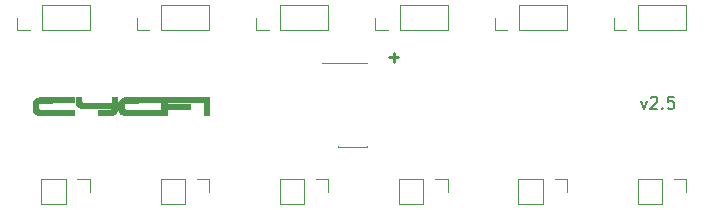
<source format=gto>
%TF.GenerationSoftware,KiCad,Pcbnew,(5.1.6)-1*%
%TF.CreationDate,2020-09-18T10:34:42+08:00*%
%TF.ProjectId,Nu Multi Board,4e75204d-756c-4746-9920-426f6172642e,rev?*%
%TF.SameCoordinates,Original*%
%TF.FileFunction,Legend,Top*%
%TF.FilePolarity,Positive*%
%FSLAX46Y46*%
G04 Gerber Fmt 4.6, Leading zero omitted, Abs format (unit mm)*
G04 Created by KiCad (PCBNEW (5.1.6)-1) date 2020-09-18 10:34:42*
%MOMM*%
%LPD*%
G01*
G04 APERTURE LIST*
%ADD10C,0.150000*%
%ADD11C,0.250000*%
%ADD12C,0.120000*%
%ADD13C,0.010000*%
G04 APERTURE END LIST*
D10*
X164941428Y-93765714D02*
X165179523Y-94432380D01*
X165417619Y-93765714D01*
X165750952Y-93527619D02*
X165798571Y-93480000D01*
X165893809Y-93432380D01*
X166131904Y-93432380D01*
X166227142Y-93480000D01*
X166274761Y-93527619D01*
X166322380Y-93622857D01*
X166322380Y-93718095D01*
X166274761Y-93860952D01*
X165703333Y-94432380D01*
X166322380Y-94432380D01*
X166750952Y-94337142D02*
X166798571Y-94384761D01*
X166750952Y-94432380D01*
X166703333Y-94384761D01*
X166750952Y-94337142D01*
X166750952Y-94432380D01*
X167703333Y-93432380D02*
X167227142Y-93432380D01*
X167179523Y-93908571D01*
X167227142Y-93860952D01*
X167322380Y-93813333D01*
X167560476Y-93813333D01*
X167655714Y-93860952D01*
X167703333Y-93908571D01*
X167750952Y-94003809D01*
X167750952Y-94241904D01*
X167703333Y-94337142D01*
X167655714Y-94384761D01*
X167560476Y-94432380D01*
X167322380Y-94432380D01*
X167227142Y-94384761D01*
X167179523Y-94337142D01*
D11*
X143619047Y-90071428D02*
X144380952Y-90071428D01*
X144000000Y-90452380D02*
X144000000Y-89690476D01*
D12*
%TO.C,J1*%
X158670000Y-100410000D02*
X158670000Y-101470000D01*
X157610000Y-100410000D02*
X158670000Y-100410000D01*
X156610000Y-100410000D02*
X156610000Y-102530000D01*
X156610000Y-102530000D02*
X154550000Y-102530000D01*
X156610000Y-100410000D02*
X154550000Y-100410000D01*
X154550000Y-100410000D02*
X154550000Y-102530000D01*
%TO.C,J2*%
X152540000Y-87810000D02*
X152540000Y-86750000D01*
X153600000Y-87810000D02*
X152540000Y-87810000D01*
X154600000Y-87810000D02*
X154600000Y-85690000D01*
X154600000Y-85690000D02*
X158660000Y-85690000D01*
X154600000Y-87810000D02*
X158660000Y-87810000D01*
X158660000Y-87810000D02*
X158660000Y-85690000D01*
%TO.C,J3*%
X148570000Y-100410000D02*
X148570000Y-101470000D01*
X147510000Y-100410000D02*
X148570000Y-100410000D01*
X146510000Y-100410000D02*
X146510000Y-102530000D01*
X146510000Y-102530000D02*
X144450000Y-102530000D01*
X146510000Y-100410000D02*
X144450000Y-100410000D01*
X144450000Y-100410000D02*
X144450000Y-102530000D01*
%TO.C,J4*%
X142440000Y-87810000D02*
X142440000Y-86750000D01*
X143500000Y-87810000D02*
X142440000Y-87810000D01*
X144500000Y-87810000D02*
X144500000Y-85690000D01*
X144500000Y-85690000D02*
X148560000Y-85690000D01*
X144500000Y-87810000D02*
X148560000Y-87810000D01*
X148560000Y-87810000D02*
X148560000Y-85690000D01*
%TO.C,J5*%
X138470000Y-100410000D02*
X138470000Y-101470000D01*
X137410000Y-100410000D02*
X138470000Y-100410000D01*
X136410000Y-100410000D02*
X136410000Y-102530000D01*
X136410000Y-102530000D02*
X134350000Y-102530000D01*
X136410000Y-100410000D02*
X134350000Y-100410000D01*
X134350000Y-100410000D02*
X134350000Y-102530000D01*
%TO.C,J6*%
X132340000Y-87810000D02*
X132340000Y-86750000D01*
X133400000Y-87810000D02*
X132340000Y-87810000D01*
X134400000Y-87810000D02*
X134400000Y-85690000D01*
X134400000Y-85690000D02*
X138460000Y-85690000D01*
X134400000Y-87810000D02*
X138460000Y-87810000D01*
X138460000Y-87810000D02*
X138460000Y-85690000D01*
%TO.C,J7*%
X128370000Y-100410000D02*
X128370000Y-101470000D01*
X127310000Y-100410000D02*
X128370000Y-100410000D01*
X126310000Y-100410000D02*
X126310000Y-102530000D01*
X126310000Y-102530000D02*
X124250000Y-102530000D01*
X126310000Y-100410000D02*
X124250000Y-100410000D01*
X124250000Y-100410000D02*
X124250000Y-102530000D01*
%TO.C,J8*%
X122240000Y-87810000D02*
X122240000Y-86750000D01*
X123300000Y-87810000D02*
X122240000Y-87810000D01*
X124300000Y-87810000D02*
X124300000Y-85690000D01*
X124300000Y-85690000D02*
X128360000Y-85690000D01*
X124300000Y-87810000D02*
X128360000Y-87810000D01*
X128360000Y-87810000D02*
X128360000Y-85690000D01*
%TO.C,J9*%
X118270000Y-100410000D02*
X118270000Y-101470000D01*
X117210000Y-100410000D02*
X118270000Y-100410000D01*
X116210000Y-100410000D02*
X116210000Y-102530000D01*
X116210000Y-102530000D02*
X114150000Y-102530000D01*
X116210000Y-100410000D02*
X114150000Y-100410000D01*
X114150000Y-100410000D02*
X114150000Y-102530000D01*
%TO.C,J10*%
X112140000Y-87810000D02*
X112140000Y-86750000D01*
X113200000Y-87810000D02*
X112140000Y-87810000D01*
X114200000Y-87810000D02*
X114200000Y-85690000D01*
X114200000Y-85690000D02*
X118260000Y-85690000D01*
X114200000Y-87810000D02*
X118260000Y-87810000D01*
X118260000Y-87810000D02*
X118260000Y-85690000D01*
%TO.C,J11*%
X168770000Y-100410000D02*
X168770000Y-101470000D01*
X167710000Y-100410000D02*
X168770000Y-100410000D01*
X166710000Y-100410000D02*
X166710000Y-102530000D01*
X166710000Y-102530000D02*
X164650000Y-102530000D01*
X166710000Y-100410000D02*
X164650000Y-100410000D01*
X164650000Y-100410000D02*
X164650000Y-102530000D01*
%TO.C,J12*%
X162640000Y-87810000D02*
X162640000Y-86750000D01*
X163700000Y-87810000D02*
X162640000Y-87810000D01*
X164700000Y-87810000D02*
X164700000Y-85690000D01*
X164700000Y-85690000D02*
X168760000Y-85690000D01*
X164700000Y-87810000D02*
X168760000Y-87810000D01*
X168760000Y-87810000D02*
X168760000Y-85690000D01*
%TO.C,J13*%
X141740000Y-97600000D02*
X141740000Y-97650000D01*
X139320000Y-97600000D02*
X139320000Y-97650000D01*
X141740000Y-90530000D02*
X141740000Y-90580000D01*
X139320000Y-90530000D02*
X139320000Y-90580000D01*
X137940000Y-90580000D02*
X139320000Y-90580000D01*
X139320000Y-97650000D02*
X141740000Y-97650000D01*
X139320000Y-90530000D02*
X141740000Y-90530000D01*
D13*
%TO.C,G\u002A\u002A\u002A*%
G36*
X128397125Y-95003750D02*
G01*
X127920875Y-95003750D01*
X127920875Y-93448000D01*
X128397125Y-93448000D01*
X128397125Y-95003750D01*
G37*
X128397125Y-95003750D02*
X127920875Y-95003750D01*
X127920875Y-93448000D01*
X128397125Y-93448000D01*
X128397125Y-95003750D01*
G36*
X127857375Y-93908375D02*
G01*
X124777625Y-93908375D01*
X124777625Y-93961953D01*
X124781444Y-93999634D01*
X124799029Y-94017662D01*
X124827234Y-94025453D01*
X124851776Y-94027242D01*
X124905128Y-94028928D01*
X124984347Y-94030481D01*
X125086493Y-94031872D01*
X125208625Y-94033071D01*
X125347801Y-94034050D01*
X125501081Y-94034780D01*
X125665524Y-94035231D01*
X125827359Y-94035375D01*
X126777875Y-94035375D01*
X126777875Y-94495750D01*
X124777625Y-94495750D01*
X124777625Y-95003750D01*
X124317250Y-95003750D01*
X124317250Y-93448000D01*
X127857375Y-93448000D01*
X127857375Y-93908375D01*
G37*
X127857375Y-93908375D02*
X124777625Y-93908375D01*
X124777625Y-93961953D01*
X124781444Y-93999634D01*
X124799029Y-94017662D01*
X124827234Y-94025453D01*
X124851776Y-94027242D01*
X124905128Y-94028928D01*
X124984347Y-94030481D01*
X125086493Y-94031872D01*
X125208625Y-94033071D01*
X125347801Y-94034050D01*
X125501081Y-94034780D01*
X125665524Y-94035231D01*
X125827359Y-94035375D01*
X126777875Y-94035375D01*
X126777875Y-94495750D01*
X124777625Y-94495750D01*
X124777625Y-95003750D01*
X124317250Y-95003750D01*
X124317250Y-93448000D01*
X127857375Y-93448000D01*
X127857375Y-93908375D01*
G36*
X124222000Y-93448000D02*
G01*
X124222000Y-93907435D01*
X122740948Y-93911874D01*
X122489960Y-93912654D01*
X122268779Y-93913427D01*
X122075462Y-93914232D01*
X121908067Y-93915112D01*
X121764651Y-93916107D01*
X121643270Y-93917259D01*
X121541983Y-93918610D01*
X121458846Y-93920200D01*
X121391916Y-93922071D01*
X121339251Y-93924264D01*
X121298907Y-93926821D01*
X121268943Y-93929783D01*
X121247414Y-93933192D01*
X121232380Y-93937087D01*
X121221895Y-93941512D01*
X121217200Y-93944294D01*
X121190351Y-93966629D01*
X121171589Y-93996265D01*
X121159604Y-94038742D01*
X121153087Y-94099603D01*
X121150727Y-94184388D01*
X121150653Y-94225875D01*
X121152168Y-94321561D01*
X121156967Y-94391090D01*
X121166357Y-94439992D01*
X121181644Y-94473797D01*
X121204136Y-94498036D01*
X121217197Y-94507455D01*
X121225957Y-94512201D01*
X121238166Y-94516395D01*
X121255766Y-94520080D01*
X121280700Y-94523296D01*
X121314911Y-94526085D01*
X121360341Y-94528490D01*
X121418934Y-94530551D01*
X121492631Y-94532310D01*
X121583376Y-94533810D01*
X121693111Y-94535092D01*
X121823780Y-94536197D01*
X121977324Y-94537168D01*
X122155687Y-94538045D01*
X122360811Y-94538871D01*
X122594639Y-94539688D01*
X122740945Y-94540163D01*
X124222000Y-94544890D01*
X124222000Y-95003750D01*
X122789281Y-95001736D01*
X122576237Y-95001293D01*
X122370516Y-95000587D01*
X122174573Y-94999641D01*
X121990861Y-94998481D01*
X121821837Y-94997130D01*
X121669955Y-94995613D01*
X121537671Y-94993955D01*
X121427439Y-94992180D01*
X121341715Y-94990312D01*
X121282953Y-94988375D01*
X121254336Y-94986494D01*
X121095951Y-94956141D01*
X120964388Y-94909410D01*
X120859109Y-94846033D01*
X120779573Y-94765738D01*
X120761170Y-94739131D01*
X120735085Y-94693542D01*
X120715100Y-94646162D01*
X120700561Y-94592214D01*
X120690818Y-94526925D01*
X120685219Y-94445520D01*
X120683112Y-94343224D01*
X120683844Y-94215264D01*
X120684421Y-94177048D01*
X120689812Y-93850409D01*
X120737719Y-93756813D01*
X120798268Y-93666610D01*
X120879801Y-93593474D01*
X120984300Y-93536342D01*
X121113749Y-93494154D01*
X121270133Y-93465846D01*
X121284708Y-93464049D01*
X121324640Y-93461246D01*
X121394560Y-93458660D01*
X121492706Y-93456310D01*
X121617316Y-93454214D01*
X121766628Y-93452390D01*
X121938882Y-93450857D01*
X122132315Y-93449633D01*
X122345165Y-93448736D01*
X122575671Y-93448186D01*
X122820614Y-93447999D01*
X124222000Y-93448000D01*
G37*
X124222000Y-93448000D02*
X124222000Y-93907435D01*
X122740948Y-93911874D01*
X122489960Y-93912654D01*
X122268779Y-93913427D01*
X122075462Y-93914232D01*
X121908067Y-93915112D01*
X121764651Y-93916107D01*
X121643270Y-93917259D01*
X121541983Y-93918610D01*
X121458846Y-93920200D01*
X121391916Y-93922071D01*
X121339251Y-93924264D01*
X121298907Y-93926821D01*
X121268943Y-93929783D01*
X121247414Y-93933192D01*
X121232380Y-93937087D01*
X121221895Y-93941512D01*
X121217200Y-93944294D01*
X121190351Y-93966629D01*
X121171589Y-93996265D01*
X121159604Y-94038742D01*
X121153087Y-94099603D01*
X121150727Y-94184388D01*
X121150653Y-94225875D01*
X121152168Y-94321561D01*
X121156967Y-94391090D01*
X121166357Y-94439992D01*
X121181644Y-94473797D01*
X121204136Y-94498036D01*
X121217197Y-94507455D01*
X121225957Y-94512201D01*
X121238166Y-94516395D01*
X121255766Y-94520080D01*
X121280700Y-94523296D01*
X121314911Y-94526085D01*
X121360341Y-94528490D01*
X121418934Y-94530551D01*
X121492631Y-94532310D01*
X121583376Y-94533810D01*
X121693111Y-94535092D01*
X121823780Y-94536197D01*
X121977324Y-94537168D01*
X122155687Y-94538045D01*
X122360811Y-94538871D01*
X122594639Y-94539688D01*
X122740945Y-94540163D01*
X124222000Y-94544890D01*
X124222000Y-95003750D01*
X122789281Y-95001736D01*
X122576237Y-95001293D01*
X122370516Y-95000587D01*
X122174573Y-94999641D01*
X121990861Y-94998481D01*
X121821837Y-94997130D01*
X121669955Y-94995613D01*
X121537671Y-94993955D01*
X121427439Y-94992180D01*
X121341715Y-94990312D01*
X121282953Y-94988375D01*
X121254336Y-94986494D01*
X121095951Y-94956141D01*
X120964388Y-94909410D01*
X120859109Y-94846033D01*
X120779573Y-94765738D01*
X120761170Y-94739131D01*
X120735085Y-94693542D01*
X120715100Y-94646162D01*
X120700561Y-94592214D01*
X120690818Y-94526925D01*
X120685219Y-94445520D01*
X120683112Y-94343224D01*
X120683844Y-94215264D01*
X120684421Y-94177048D01*
X120689812Y-93850409D01*
X120737719Y-93756813D01*
X120798268Y-93666610D01*
X120879801Y-93593474D01*
X120984300Y-93536342D01*
X121113749Y-93494154D01*
X121270133Y-93465846D01*
X121284708Y-93464049D01*
X121324640Y-93461246D01*
X121394560Y-93458660D01*
X121492706Y-93456310D01*
X121617316Y-93454214D01*
X121766628Y-93452390D01*
X121938882Y-93450857D01*
X122132315Y-93449633D01*
X122345165Y-93448736D01*
X122575671Y-93448186D01*
X122820614Y-93447999D01*
X124222000Y-93448000D01*
G36*
X117522750Y-93638249D02*
G01*
X117523058Y-93719063D01*
X117524801Y-93774842D01*
X117529205Y-93812303D01*
X117537497Y-93838161D01*
X117550905Y-93859131D01*
X117566406Y-93877198D01*
X117595600Y-93904756D01*
X117629231Y-93922410D01*
X117677630Y-93934426D01*
X117721187Y-93941138D01*
X117757618Y-93943857D01*
X117823498Y-93946258D01*
X117916527Y-93948319D01*
X118034405Y-93950022D01*
X118174834Y-93951345D01*
X118335512Y-93952269D01*
X118514141Y-93952773D01*
X118708420Y-93952837D01*
X118916051Y-93952441D01*
X118983250Y-93952220D01*
X120134187Y-93948062D01*
X120142931Y-93448000D01*
X120604985Y-93448000D01*
X120598693Y-94007593D01*
X120596787Y-94160611D01*
X120594730Y-94285397D01*
X120592337Y-94385472D01*
X120589420Y-94464353D01*
X120585795Y-94525559D01*
X120581276Y-94572610D01*
X120575677Y-94609024D01*
X120568811Y-94638321D01*
X120564649Y-94652000D01*
X120520345Y-94740748D01*
X120451152Y-94821329D01*
X120363918Y-94886410D01*
X120328221Y-94905195D01*
X120280517Y-94926640D01*
X120234881Y-94944293D01*
X120187574Y-94958575D01*
X120134858Y-94969905D01*
X120072995Y-94978700D01*
X119998248Y-94985380D01*
X119906877Y-94990365D01*
X119795144Y-94994072D01*
X119659313Y-94996921D01*
X119495643Y-94999331D01*
X119487281Y-94999440D01*
X118919750Y-95006772D01*
X118919750Y-94545888D01*
X119471406Y-94539996D01*
X119630908Y-94538087D01*
X119761525Y-94535846D01*
X119866121Y-94532899D01*
X119947559Y-94528871D01*
X120008706Y-94523389D01*
X120052425Y-94516076D01*
X120081580Y-94506559D01*
X120099036Y-94494464D01*
X120107657Y-94479415D01*
X120110308Y-94461038D01*
X120110375Y-94456455D01*
X120110375Y-94416375D01*
X118931656Y-94415821D01*
X118697067Y-94415652D01*
X118491866Y-94415298D01*
X118313692Y-94414635D01*
X118160184Y-94413541D01*
X118028978Y-94411892D01*
X117917715Y-94409564D01*
X117824032Y-94406434D01*
X117745567Y-94402379D01*
X117679960Y-94397275D01*
X117624848Y-94391000D01*
X117577870Y-94383428D01*
X117536664Y-94374438D01*
X117498869Y-94363906D01*
X117462123Y-94351709D01*
X117424064Y-94337722D01*
X117422044Y-94336959D01*
X117309535Y-94279973D01*
X117212364Y-94202097D01*
X117137165Y-94109039D01*
X117117979Y-94075341D01*
X117100458Y-94039997D01*
X117087739Y-94008911D01*
X117078925Y-93975983D01*
X117073120Y-93935113D01*
X117069425Y-93880199D01*
X117066945Y-93805143D01*
X117065005Y-93715107D01*
X117059698Y-93448000D01*
X117522750Y-93448000D01*
X117522750Y-93638249D01*
G37*
X117522750Y-93638249D02*
X117523058Y-93719063D01*
X117524801Y-93774842D01*
X117529205Y-93812303D01*
X117537497Y-93838161D01*
X117550905Y-93859131D01*
X117566406Y-93877198D01*
X117595600Y-93904756D01*
X117629231Y-93922410D01*
X117677630Y-93934426D01*
X117721187Y-93941138D01*
X117757618Y-93943857D01*
X117823498Y-93946258D01*
X117916527Y-93948319D01*
X118034405Y-93950022D01*
X118174834Y-93951345D01*
X118335512Y-93952269D01*
X118514141Y-93952773D01*
X118708420Y-93952837D01*
X118916051Y-93952441D01*
X118983250Y-93952220D01*
X120134187Y-93948062D01*
X120142931Y-93448000D01*
X120604985Y-93448000D01*
X120598693Y-94007593D01*
X120596787Y-94160611D01*
X120594730Y-94285397D01*
X120592337Y-94385472D01*
X120589420Y-94464353D01*
X120585795Y-94525559D01*
X120581276Y-94572610D01*
X120575677Y-94609024D01*
X120568811Y-94638321D01*
X120564649Y-94652000D01*
X120520345Y-94740748D01*
X120451152Y-94821329D01*
X120363918Y-94886410D01*
X120328221Y-94905195D01*
X120280517Y-94926640D01*
X120234881Y-94944293D01*
X120187574Y-94958575D01*
X120134858Y-94969905D01*
X120072995Y-94978700D01*
X119998248Y-94985380D01*
X119906877Y-94990365D01*
X119795144Y-94994072D01*
X119659313Y-94996921D01*
X119495643Y-94999331D01*
X119487281Y-94999440D01*
X118919750Y-95006772D01*
X118919750Y-94545888D01*
X119471406Y-94539996D01*
X119630908Y-94538087D01*
X119761525Y-94535846D01*
X119866121Y-94532899D01*
X119947559Y-94528871D01*
X120008706Y-94523389D01*
X120052425Y-94516076D01*
X120081580Y-94506559D01*
X120099036Y-94494464D01*
X120107657Y-94479415D01*
X120110308Y-94461038D01*
X120110375Y-94456455D01*
X120110375Y-94416375D01*
X118931656Y-94415821D01*
X118697067Y-94415652D01*
X118491866Y-94415298D01*
X118313692Y-94414635D01*
X118160184Y-94413541D01*
X118028978Y-94411892D01*
X117917715Y-94409564D01*
X117824032Y-94406434D01*
X117745567Y-94402379D01*
X117679960Y-94397275D01*
X117624848Y-94391000D01*
X117577870Y-94383428D01*
X117536664Y-94374438D01*
X117498869Y-94363906D01*
X117462123Y-94351709D01*
X117424064Y-94337722D01*
X117422044Y-94336959D01*
X117309535Y-94279973D01*
X117212364Y-94202097D01*
X117137165Y-94109039D01*
X117117979Y-94075341D01*
X117100458Y-94039997D01*
X117087739Y-94008911D01*
X117078925Y-93975983D01*
X117073120Y-93935113D01*
X117069425Y-93880199D01*
X117066945Y-93805143D01*
X117065005Y-93715107D01*
X117059698Y-93448000D01*
X117522750Y-93448000D01*
X117522750Y-93638249D01*
G36*
X116967125Y-93448000D02*
G01*
X116967125Y-93907435D01*
X115486073Y-93911874D01*
X115235085Y-93912654D01*
X115013904Y-93913427D01*
X114820587Y-93914232D01*
X114653192Y-93915112D01*
X114509776Y-93916107D01*
X114388395Y-93917259D01*
X114287108Y-93918610D01*
X114203971Y-93920200D01*
X114137041Y-93922071D01*
X114084376Y-93924264D01*
X114044032Y-93926821D01*
X114014068Y-93929783D01*
X113992539Y-93933192D01*
X113977505Y-93937087D01*
X113967020Y-93941512D01*
X113962325Y-93944294D01*
X113935558Y-93966537D01*
X113916811Y-93996044D01*
X113904767Y-94038354D01*
X113898105Y-94099010D01*
X113895508Y-94183552D01*
X113895312Y-94225875D01*
X113896637Y-94321673D01*
X113901493Y-94391341D01*
X113911197Y-94440417D01*
X113927069Y-94474444D01*
X113950427Y-94498963D01*
X113962322Y-94507455D01*
X113971082Y-94512201D01*
X113983291Y-94516395D01*
X114000891Y-94520080D01*
X114025825Y-94523296D01*
X114060036Y-94526085D01*
X114105466Y-94528490D01*
X114164059Y-94530551D01*
X114237756Y-94532310D01*
X114328501Y-94533810D01*
X114438236Y-94535092D01*
X114568905Y-94536197D01*
X114722449Y-94537168D01*
X114900812Y-94538045D01*
X115105936Y-94538871D01*
X115339764Y-94539688D01*
X115486070Y-94540163D01*
X116967125Y-94544890D01*
X116967125Y-95003750D01*
X115534406Y-95001736D01*
X115321362Y-95001293D01*
X115115641Y-95000587D01*
X114919698Y-94999641D01*
X114735986Y-94998481D01*
X114566962Y-94997130D01*
X114415080Y-94995613D01*
X114282796Y-94993955D01*
X114172564Y-94992180D01*
X114086840Y-94990312D01*
X114028078Y-94988375D01*
X113999461Y-94986494D01*
X113841076Y-94956141D01*
X113709513Y-94909410D01*
X113604234Y-94846033D01*
X113524698Y-94765738D01*
X113506295Y-94739131D01*
X113480210Y-94693542D01*
X113460225Y-94646162D01*
X113445686Y-94592214D01*
X113435943Y-94526925D01*
X113430344Y-94445520D01*
X113428237Y-94343224D01*
X113428969Y-94215264D01*
X113429546Y-94177048D01*
X113434937Y-93850409D01*
X113482844Y-93756813D01*
X113543393Y-93666610D01*
X113624926Y-93593474D01*
X113729425Y-93536342D01*
X113858874Y-93494154D01*
X114015258Y-93465846D01*
X114029833Y-93464049D01*
X114069765Y-93461246D01*
X114139685Y-93458660D01*
X114237831Y-93456310D01*
X114362441Y-93454214D01*
X114511753Y-93452390D01*
X114684007Y-93450857D01*
X114877440Y-93449633D01*
X115090290Y-93448736D01*
X115320796Y-93448186D01*
X115565739Y-93447999D01*
X116967125Y-93448000D01*
G37*
X116967125Y-93448000D02*
X116967125Y-93907435D01*
X115486073Y-93911874D01*
X115235085Y-93912654D01*
X115013904Y-93913427D01*
X114820587Y-93914232D01*
X114653192Y-93915112D01*
X114509776Y-93916107D01*
X114388395Y-93917259D01*
X114287108Y-93918610D01*
X114203971Y-93920200D01*
X114137041Y-93922071D01*
X114084376Y-93924264D01*
X114044032Y-93926821D01*
X114014068Y-93929783D01*
X113992539Y-93933192D01*
X113977505Y-93937087D01*
X113967020Y-93941512D01*
X113962325Y-93944294D01*
X113935558Y-93966537D01*
X113916811Y-93996044D01*
X113904767Y-94038354D01*
X113898105Y-94099010D01*
X113895508Y-94183552D01*
X113895312Y-94225875D01*
X113896637Y-94321673D01*
X113901493Y-94391341D01*
X113911197Y-94440417D01*
X113927069Y-94474444D01*
X113950427Y-94498963D01*
X113962322Y-94507455D01*
X113971082Y-94512201D01*
X113983291Y-94516395D01*
X114000891Y-94520080D01*
X114025825Y-94523296D01*
X114060036Y-94526085D01*
X114105466Y-94528490D01*
X114164059Y-94530551D01*
X114237756Y-94532310D01*
X114328501Y-94533810D01*
X114438236Y-94535092D01*
X114568905Y-94536197D01*
X114722449Y-94537168D01*
X114900812Y-94538045D01*
X115105936Y-94538871D01*
X115339764Y-94539688D01*
X115486070Y-94540163D01*
X116967125Y-94544890D01*
X116967125Y-95003750D01*
X115534406Y-95001736D01*
X115321362Y-95001293D01*
X115115641Y-95000587D01*
X114919698Y-94999641D01*
X114735986Y-94998481D01*
X114566962Y-94997130D01*
X114415080Y-94995613D01*
X114282796Y-94993955D01*
X114172564Y-94992180D01*
X114086840Y-94990312D01*
X114028078Y-94988375D01*
X113999461Y-94986494D01*
X113841076Y-94956141D01*
X113709513Y-94909410D01*
X113604234Y-94846033D01*
X113524698Y-94765738D01*
X113506295Y-94739131D01*
X113480210Y-94693542D01*
X113460225Y-94646162D01*
X113445686Y-94592214D01*
X113435943Y-94526925D01*
X113430344Y-94445520D01*
X113428237Y-94343224D01*
X113428969Y-94215264D01*
X113429546Y-94177048D01*
X113434937Y-93850409D01*
X113482844Y-93756813D01*
X113543393Y-93666610D01*
X113624926Y-93593474D01*
X113729425Y-93536342D01*
X113858874Y-93494154D01*
X114015258Y-93465846D01*
X114029833Y-93464049D01*
X114069765Y-93461246D01*
X114139685Y-93458660D01*
X114237831Y-93456310D01*
X114362441Y-93454214D01*
X114511753Y-93452390D01*
X114684007Y-93450857D01*
X114877440Y-93449633D01*
X115090290Y-93448736D01*
X115320796Y-93448186D01*
X115565739Y-93447999D01*
X116967125Y-93448000D01*
%TD*%
M02*

</source>
